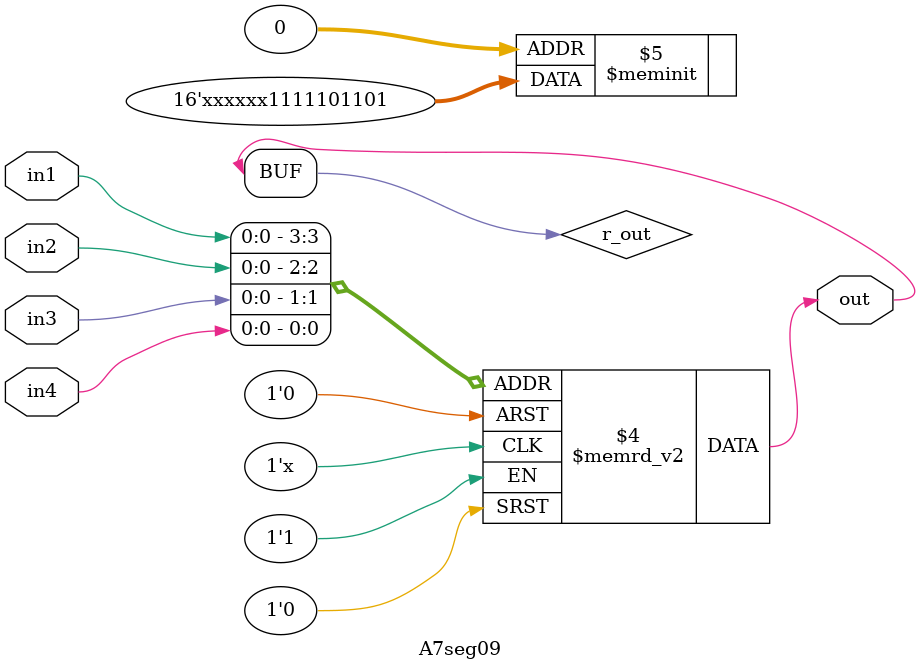
<source format=v>
module A7seg09(output out, input in1, in2, in3, in4);
  reg r_out;
  assign out = r_out;
  always@(in1, in2, in3, in4)
    begin
      case({in1, in2, in3, in4})
        4'b0000: out = 1'b1;
        4'b0001: out = 1'b0;
        4'b0010: out = 1'b1;
        4'b0011: out = 1'b1;
        4'b0100: out = 1'b0;
        4'b0101: out = 1'b1;
        4'b0110: out = 1'b1;
        4'b0111: out = 1'b1;
	4'b1000: out = 1'b1;
        4'b1001: out = 1'b1;
        4'b1010: out = 1'bx;
        4'b1011: out = 1'bx;
        4'b1100: out = 1'bx;
        4'b1101: out = 1'bx;
        4'b1110: out = 1'bx;
        4'b1111: out = 1'bx;
	
        default: out = 1'b0;
      endcase
    end
endmodule

</source>
